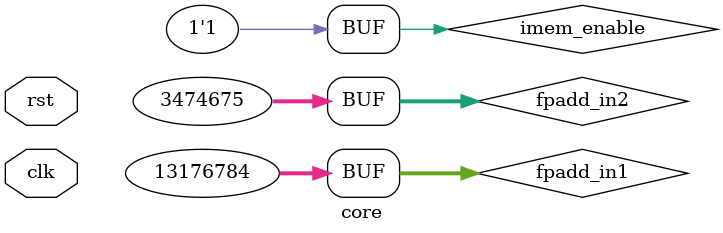
<source format=v>
module core
(
        input wire clk,
        input wire rst
);

initial begin
        $dumpfile("wave.vcd");
        $dumpvars();
end

/*verilator lint_off UNUSEDSIGNAL */

wire [31:0] pc_p0;

riscv_fetch fetch (
        .clk(clk),
        .rst(rst),

        .is_branch(0),
        .is_trap(0),

        .branch_target(0),
        .trap_target(0),

        .pc(pc_p0)
);

wire [31:0] imem_data;
wire imem_enable = 1;
wire [7:0] imem_addr = pc_p0[7:0];

imem imem (
        .addr(imem_addr),
        .enable(imem_enable),

        .data(imem_data)
);

reg [31:0] fpadd_in1;
reg [31:0] fpadd_in2;
wire [31:0] fpadd_result;

fpadd fpadd0 (
        .clk(clk),
        .rst(rst),

        .in1(fpadd_in1),
        .in2(fpadd_in2),

        .result(fpadd_result)
);

/*verilator lint_on UNUSEDSIGNAL */

initial
begin
        fpadd_in1 = 32'h00c90fd0;
        fpadd_in2 = 32'h3504f3;
end

always @(posedge clk)
begin
        if (rst)
        begin

        end else
        begin

        end
end

endmodule

</source>
